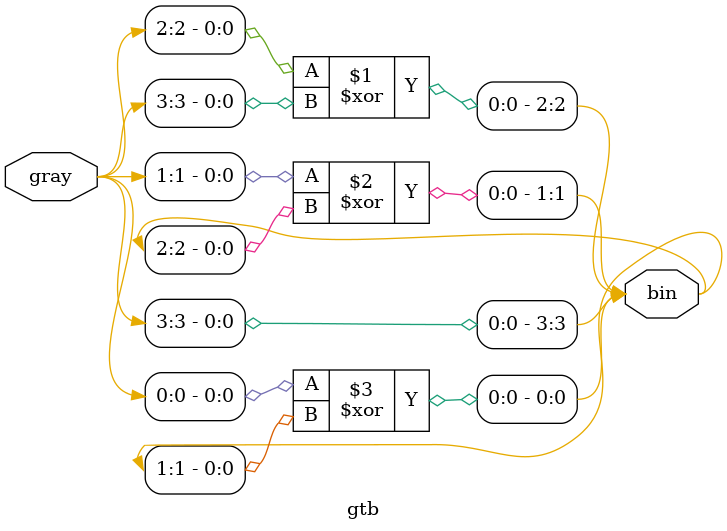
<source format=v>
module gtb #(
    parameter N = 4
)(
    input [N-1:0] gray,
    output [N-1:0] bin
);
    assign bin[N-1] = gray[N-1];
    genvar i;
    generate
        for(i=N-2;i>=0;i=i-1) begin
            assign bin[i] = gray[i] ^ bin[i+1];
        end
    endgenerate
endmodule
</source>
